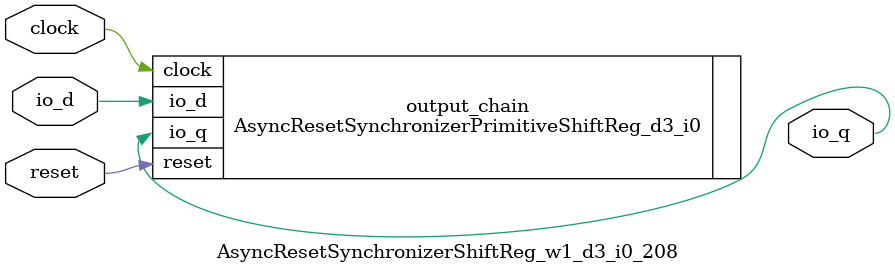
<source format=sv>
`ifndef RANDOMIZE
  `ifdef RANDOMIZE_REG_INIT
    `define RANDOMIZE
  `endif // RANDOMIZE_REG_INIT
`endif // not def RANDOMIZE
`ifndef RANDOMIZE
  `ifdef RANDOMIZE_MEM_INIT
    `define RANDOMIZE
  `endif // RANDOMIZE_MEM_INIT
`endif // not def RANDOMIZE

`ifndef RANDOM
  `define RANDOM $random
`endif // not def RANDOM

// Users can define 'PRINTF_COND' to add an extra gate to prints.
`ifndef PRINTF_COND_
  `ifdef PRINTF_COND
    `define PRINTF_COND_ (`PRINTF_COND)
  `else  // PRINTF_COND
    `define PRINTF_COND_ 1
  `endif // PRINTF_COND
`endif // not def PRINTF_COND_

// Users can define 'ASSERT_VERBOSE_COND' to add an extra gate to assert error printing.
`ifndef ASSERT_VERBOSE_COND_
  `ifdef ASSERT_VERBOSE_COND
    `define ASSERT_VERBOSE_COND_ (`ASSERT_VERBOSE_COND)
  `else  // ASSERT_VERBOSE_COND
    `define ASSERT_VERBOSE_COND_ 1
  `endif // ASSERT_VERBOSE_COND
`endif // not def ASSERT_VERBOSE_COND_

// Users can define 'STOP_COND' to add an extra gate to stop conditions.
`ifndef STOP_COND_
  `ifdef STOP_COND
    `define STOP_COND_ (`STOP_COND)
  `else  // STOP_COND
    `define STOP_COND_ 1
  `endif // STOP_COND
`endif // not def STOP_COND_

// Users can define INIT_RANDOM as general code that gets injected into the
// initializer block for modules with registers.
`ifndef INIT_RANDOM
  `define INIT_RANDOM
`endif // not def INIT_RANDOM

// If using random initialization, you can also define RANDOMIZE_DELAY to
// customize the delay used, otherwise 0.002 is used.
`ifndef RANDOMIZE_DELAY
  `define RANDOMIZE_DELAY 0.002
`endif // not def RANDOMIZE_DELAY

// Define INIT_RANDOM_PROLOG_ for use in our modules below.
`ifndef INIT_RANDOM_PROLOG_
  `ifdef RANDOMIZE
    `ifdef VERILATOR
      `define INIT_RANDOM_PROLOG_ `INIT_RANDOM
    `else  // VERILATOR
      `define INIT_RANDOM_PROLOG_ `INIT_RANDOM #`RANDOMIZE_DELAY begin end
    `endif // VERILATOR
  `else  // RANDOMIZE
    `define INIT_RANDOM_PROLOG_
  `endif // RANDOMIZE
`endif // not def INIT_RANDOM_PROLOG_

module AsyncResetSynchronizerShiftReg_w1_d3_i0_208(
  input  clock,
         reset,
         io_d,
  output io_q
);

  AsyncResetSynchronizerPrimitiveShiftReg_d3_i0 output_chain (	// @[ShiftReg.scala:45:23]
    .clock (clock),
    .reset (reset),
    .io_d  (io_d),
    .io_q  (io_q)
  );
endmodule


</source>
